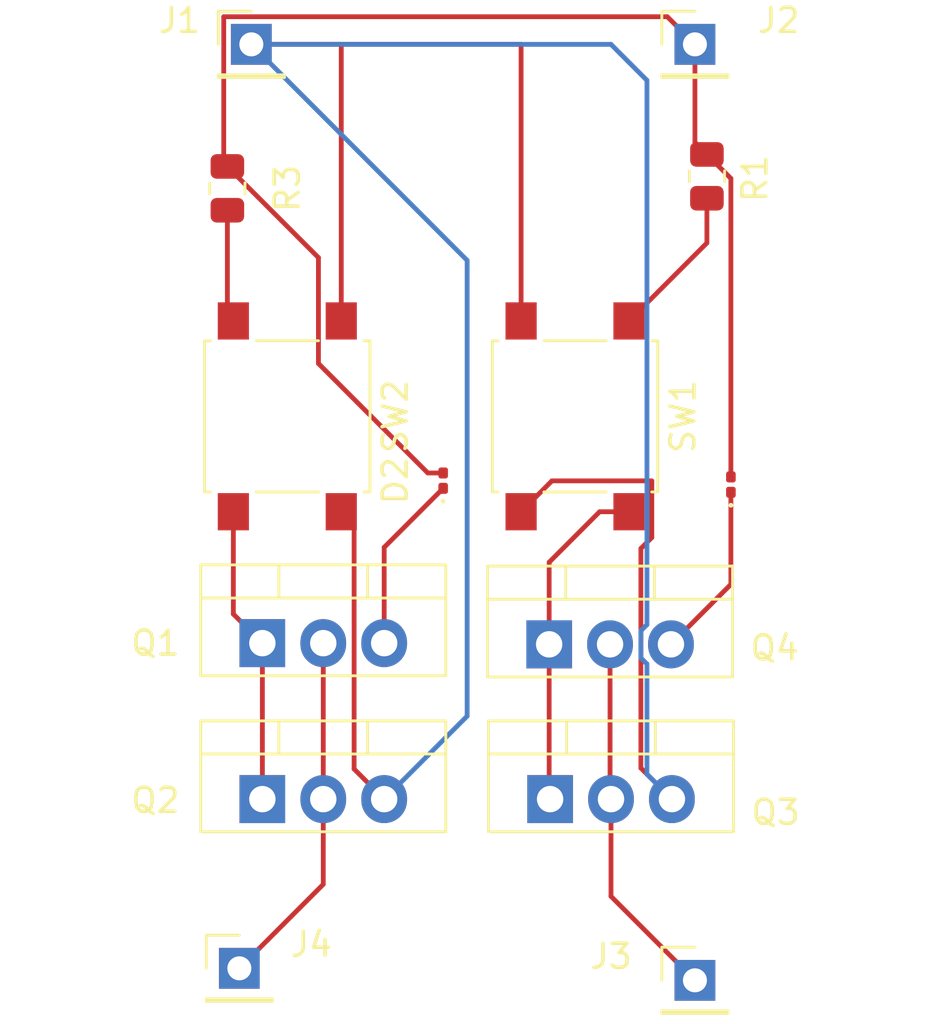
<source format=kicad_pcb>
(kicad_pcb (version 20241229) (generator "pcbnew") (generator_version "9.0")
  (layers (0 "F.Cu" signal) (2 "B.Cu" signal) (13 "F.Paste" user) (15 "B.Paste" user) (5 "F.SilkS" user "F.Silkscreen") (7 "B.SilkS" user "B.Silkscreen") (1 "F.Mask" user) (3 "B.Mask" user) (25 "Edge.Cuts" user))
  (net 0 "")
  (net 1 "Net-(D1-K)")
  (net 2 "Net-(D2-K)")
  (net 3 "Net-(Q1-G)")
  (net 4 "Net-(Q3-G)")
  (net 5 "Net-(D1-A)")
  (net 6 "Net-(J1-Pin_1)")
  (net 7 "Net-(J3-Pin_1)")
  (net 8 "Net-(J4-Pin_1)")
  (footprint "Package_TO_SOT_THT:TO-220-3_Vertical" (layer "F.Cu") (at 130.96 89.95)
    (property "Reference" "Q1" (at -4.46 0 0) (layer "F.SilkS"))
    (property "Value" "FQP27P06")
    (fp_line (start -2.57 -3.26) (end -2.57 1.36) (stroke (width 0.12)) (layer "F.SilkS"))
    (fp_line (start -2.57 -3.26) (end 7.65 -3.26) (stroke (width 0.12)) (layer "F.SilkS"))
    (fp_line (start -2.57 -1.88) (end 7.65 -1.88) (stroke (width 0.12)) (layer "F.SilkS"))
    (fp_line (start -2.57 1.36) (end 7.65 1.36) (stroke (width 0.12)) (layer "F.SilkS"))
    (fp_line (start 0.69 -3.26) (end 0.69 -1.88) (stroke (width 0.12)) (layer "F.SilkS"))
    (fp_line (start 4.39 -3.26) (end 4.39 -1.88) (stroke (width 0.12)) (layer "F.SilkS"))
    (fp_line (start 7.65 -3.26) (end 7.65 1.36) (stroke (width 0.12)) (layer "F.SilkS"))
    (pad "1" thru_hole rect (at 0 0) (size 1.905 2) (drill 1.1) (layers "*.Cu" "*.Mask") (net 3 "Net-(Q1-G)"))
    (pad "2" thru_hole oval (at 2.54 0) (size 1.905 2) (drill 1.1) (layers "*.Cu" "*.Mask") (net 8 "Net-(J4-Pin_1)"))
    (pad "3" thru_hole oval (at 5.08 0) (size 1.905 2) (drill 1.1) (layers "*.Cu" "*.Mask") (net 2 "Net-(D2-K)"))
  )
  (footprint "LED_SMD:LED_0201_0603Metric" (layer "F.Cu") (at 138.5 83.18 90)
    (property "Reference" "D2" (at 0 -2 90) (layer "F.SilkS"))
    (property "Value" "LED")
    (fp_circle (center -0.86 0) (end -0.81 0) (stroke (width 0.1)) (fill no) (layer "F.SilkS"))
    (pad "1" smd roundrect (at -0.32 0 90) (size 0.46 0.4) (layers "F.Cu" "F.Mask") (net 2 "Net-(D2-K)"))
    (pad "2" smd roundrect (at 0.32 0 90) (size 0.46 0.4) (layers "F.Cu" "F.Mask") (net 5 "Net-(D1-A)"))
  )
  (footprint "Button_Switch_SMD:SW_SPST_B3S-1000" (layer "F.Cu") (at 132 80.5 -90)
    (property "Reference" "SW2" (at 0 -4.5 90) (layer "F.SilkS"))
    (property "Value" "SW_Push")
    (fp_line (start -3.15 3.45) (end -3.15 3.2) (stroke (width 0.12)) (layer "F.SilkS"))
    (fp_line (start 3.15 3.45) (end -3.15 3.45) (stroke (width 0.12)) (layer "F.SilkS"))
    (fp_line (start 3.15 3.2) (end 3.15 3.45) (stroke (width 0.12)) (layer "F.SilkS"))
    (fp_line (start -3.15 1.3) (end -3.15 -1.3) (stroke (width 0.12)) (layer "F.SilkS"))
    (fp_line (start 3.15 -1.3) (end 3.15 1.3) (stroke (width 0.12)) (layer "F.SilkS"))
    (fp_line (start -3.15 -3.2) (end -3.15 -3.45) (stroke (width 0.12)) (layer "F.SilkS"))
    (fp_line (start -3.15 -3.45) (end 3.15 -3.45) (stroke (width 0.12)) (layer "F.SilkS"))
    (fp_line (start 3.15 -3.45) (end 3.15 -3.2) (stroke (width 0.12)) (layer "F.SilkS"))
    (pad "1" smd rect (at -3.975 -2.25 270) (size 1.55 1.3) (layers "F.Cu" "F.Mask" "F.Paste") (net 6 "Net-(J1-Pin_1)"))
    (pad "1" smd rect (at 3.975 -2.25 270) (size 1.55 1.3) (layers "F.Cu" "F.Mask" "F.Paste") (net 6 "Net-(J1-Pin_1)"))
    (pad "2" smd rect (at -3.975 2.25 270) (size 1.55 1.3) (layers "F.Cu" "F.Mask" "F.Paste") (net 3 "Net-(Q1-G)"))
    (pad "2" smd rect (at 3.975 2.25 270) (size 1.55 1.3) (layers "F.Cu" "F.Mask" "F.Paste") (net 3 "Net-(Q1-G)"))
  )
  (footprint "Connector_PinHeader_2.54mm:PinHeader_1x01_P2.54mm_Vertical" (layer "F.Cu") (at 149 65)
    (property "Reference" "J2" (at 3.5 -1 0) (layer "F.SilkS"))
    (property "Value" "5V")
    (fp_line (start -1.38 -1.38) (end 0 -1.38) (stroke (width 0.12)) (layer "F.SilkS"))
    (fp_line (start -1.38 0) (end -1.38 -1.38) (stroke (width 0.12)) (layer "F.SilkS"))
    (fp_line (start -1.38 1.27) (end -1.38 1.38) (stroke (width 0.12)) (layer "F.SilkS"))
    (fp_line (start -1.38 1.27) (end 1.38 1.27) (stroke (width 0.12)) (layer "F.SilkS"))
    (fp_line (start -1.38 1.38) (end 1.38 1.38) (stroke (width 0.12)) (layer "F.SilkS"))
    (fp_line (start 1.38 1.27) (end 1.38 1.38) (stroke (width 0.12)) (layer "F.SilkS"))
    (pad "1" thru_hole rect (at 0 0) (size 1.7 1.7) (drill 1) (layers "*.Cu" "*.Mask") (net 5 "Net-(D1-A)"))
  )
  (footprint "Connector_PinHeader_2.54mm:PinHeader_1x01_P2.54mm_Vertical" (layer "F.Cu") (at 130 103.5)
    (property "Reference" "J4" (at 3 -1 0) (layer "F.SilkS"))
    (property "Value" "O2")
    (fp_line (start -1.38 -1.38) (end 0 -1.38) (stroke (width 0.12)) (layer "F.SilkS"))
    (fp_line (start -1.38 0) (end -1.38 -1.38) (stroke (width 0.12)) (layer "F.SilkS"))
    (fp_line (start -1.38 1.27) (end -1.38 1.38) (stroke (width 0.12)) (layer "F.SilkS"))
    (fp_line (start -1.38 1.27) (end 1.38 1.27) (stroke (width 0.12)) (layer "F.SilkS"))
    (fp_line (start -1.38 1.38) (end 1.38 1.38) (stroke (width 0.12)) (layer "F.SilkS"))
    (fp_line (start 1.38 1.27) (end 1.38 1.38) (stroke (width 0.12)) (layer "F.SilkS"))
    (pad "1" thru_hole rect (at 0 0) (size 1.7 1.7) (drill 1) (layers "*.Cu" "*.Mask") (net 8 "Net-(J4-Pin_1)"))
  )
  (footprint "Button_Switch_SMD:SW_SPST_B3S-1000" (layer "F.Cu") (at 144 80.5 -90)
    (property "Reference" "SW1" (at 0 -4.5 90) (layer "F.SilkS"))
    (property "Value" "SW_Push")
    (fp_line (start -3.15 3.45) (end -3.15 3.2) (stroke (width 0.12)) (layer "F.SilkS"))
    (fp_line (start 3.15 3.45) (end -3.15 3.45) (stroke (width 0.12)) (layer "F.SilkS"))
    (fp_line (start 3.15 3.2) (end 3.15 3.45) (stroke (width 0.12)) (layer "F.SilkS"))
    (fp_line (start -3.15 1.3) (end -3.15 -1.3) (stroke (width 0.12)) (layer "F.SilkS"))
    (fp_line (start 3.15 -1.3) (end 3.15 1.3) (stroke (width 0.12)) (layer "F.SilkS"))
    (fp_line (start -3.15 -3.2) (end -3.15 -3.45) (stroke (width 0.12)) (layer "F.SilkS"))
    (fp_line (start -3.15 -3.45) (end 3.15 -3.45) (stroke (width 0.12)) (layer "F.SilkS"))
    (fp_line (start 3.15 -3.45) (end 3.15 -3.2) (stroke (width 0.12)) (layer "F.SilkS"))
    (pad "1" smd rect (at -3.975 -2.25 270) (size 1.55 1.3) (layers "F.Cu" "F.Mask" "F.Paste") (net 4 "Net-(Q3-G)"))
    (pad "1" smd rect (at 3.975 -2.25 270) (size 1.55 1.3) (layers "F.Cu" "F.Mask" "F.Paste") (net 4 "Net-(Q3-G)"))
    (pad "2" smd rect (at -3.975 2.25 270) (size 1.55 1.3) (layers "F.Cu" "F.Mask" "F.Paste") (net 6 "Net-(J1-Pin_1)"))
    (pad "2" smd rect (at 3.975 2.25 270) (size 1.55 1.3) (layers "F.Cu" "F.Mask" "F.Paste") (net 6 "Net-(J1-Pin_1)"))
  )
  (footprint "Connector_PinHeader_2.54mm:PinHeader_1x01_P2.54mm_Vertical" (layer "F.Cu") (at 149 104)
    (property "Reference" "J3" (at -3.5 -1 0) (layer "F.SilkS"))
    (property "Value" "O1")
    (fp_line (start -1.38 -1.38) (end 0 -1.38) (stroke (width 0.12)) (layer "F.SilkS"))
    (fp_line (start -1.38 0) (end -1.38 -1.38) (stroke (width 0.12)) (layer "F.SilkS"))
    (fp_line (start -1.38 1.27) (end -1.38 1.38) (stroke (width 0.12)) (layer "F.SilkS"))
    (fp_line (start -1.38 1.27) (end 1.38 1.27) (stroke (width 0.12)) (layer "F.SilkS"))
    (fp_line (start -1.38 1.38) (end 1.38 1.38) (stroke (width 0.12)) (layer "F.SilkS"))
    (fp_line (start 1.38 1.27) (end 1.38 1.38) (stroke (width 0.12)) (layer "F.SilkS"))
    (pad "1" thru_hole rect (at 0 0) (size 1.7 1.7) (drill 1) (layers "*.Cu" "*.Mask") (net 7 "Net-(J3-Pin_1)"))
  )
  (footprint "Package_TO_SOT_THT:TO-220-3_Vertical" (layer "F.Cu") (at 142.96 96.45)
    (property "Reference" "Q3" (at 9.405 0.55 0) (layer "F.SilkS"))
    (property "Value" "IRLZ34N")
    (fp_line (start -2.57 -3.26) (end -2.57 1.36) (stroke (width 0.12)) (layer "F.SilkS"))
    (fp_line (start -2.57 -3.26) (end 7.65 -3.26) (stroke (width 0.12)) (layer "F.SilkS"))
    (fp_line (start -2.57 -1.88) (end 7.65 -1.88) (stroke (width 0.12)) (layer "F.SilkS"))
    (fp_line (start -2.57 1.36) (end 7.65 1.36) (stroke (width 0.12)) (layer "F.SilkS"))
    (fp_line (start 0.69 -3.26) (end 0.69 -1.88) (stroke (width 0.12)) (layer "F.SilkS"))
    (fp_line (start 4.39 -3.26) (end 4.39 -1.88) (stroke (width 0.12)) (layer "F.SilkS"))
    (fp_line (start 7.65 -3.26) (end 7.65 1.36) (stroke (width 0.12)) (layer "F.SilkS"))
    (pad "1" thru_hole rect (at 0 0) (size 1.905 2) (drill 1.1) (layers "*.Cu" "*.Mask") (net 4 "Net-(Q3-G)"))
    (pad "2" thru_hole oval (at 2.54 0) (size 1.905 2) (drill 1.1) (layers "*.Cu" "*.Mask") (net 7 "Net-(J3-Pin_1)"))
    (pad "3" thru_hole oval (at 5.08 0) (size 1.905 2) (drill 1.1) (layers "*.Cu" "*.Mask") (net 6 "Net-(J1-Pin_1)"))
  )
  (footprint "LED_SMD:LED_0201_0603Metric" (layer "F.Cu") (at 150.5 83.345 90)
    (property "Reference" "D1" (hide yes))
    (property "Value" "LED")
    (fp_circle (center -0.86 0) (end -0.81 0) (stroke (width 0.1)) (fill no) (layer "F.SilkS"))
    (pad "1" smd roundrect (at -0.32 0 90) (size 0.46 0.4) (layers "F.Cu" "F.Mask") (net 1 "Net-(D1-K)"))
    (pad "2" smd roundrect (at 0.32 0 90) (size 0.46 0.4) (layers "F.Cu" "F.Mask") (net 5 "Net-(D1-A)"))
  )
  (footprint "Connector_PinHeader_2.54mm:PinHeader_1x01_P2.54mm_Vertical" (layer "F.Cu") (at 130.5 65)
    (property "Reference" "J1" (at -3 -1 0) (layer "F.SilkS"))
    (property "Value" "GND")
    (fp_line (start -1.38 -1.38) (end 0 -1.38) (stroke (width 0.12)) (layer "F.SilkS"))
    (fp_line (start -1.38 0) (end -1.38 -1.38) (stroke (width 0.12)) (layer "F.SilkS"))
    (fp_line (start -1.38 1.27) (end -1.38 1.38) (stroke (width 0.12)) (layer "F.SilkS"))
    (fp_line (start -1.38 1.27) (end 1.38 1.27) (stroke (width 0.12)) (layer "F.SilkS"))
    (fp_line (start -1.38 1.38) (end 1.38 1.38) (stroke (width 0.12)) (layer "F.SilkS"))
    (fp_line (start 1.38 1.27) (end 1.38 1.38) (stroke (width 0.12)) (layer "F.SilkS"))
    (pad "1" thru_hole rect (at 0 0) (size 1.7 1.7) (drill 1) (layers "*.Cu" "*.Mask") (net 6 "Net-(J1-Pin_1)"))
  )
  (footprint "Package_TO_SOT_THT:TO-220-3_Vertical" (layer "F.Cu") (at 130.96 96.45)
    (property "Reference" "Q2" (at -4.46 0.05 0) (layer "F.SilkS"))
    (property "Value" "IRLZ34N")
    (fp_line (start -2.57 -3.26) (end -2.57 1.36) (stroke (width 0.12)) (layer "F.SilkS"))
    (fp_line (start -2.57 -3.26) (end 7.65 -3.26) (stroke (width 0.12)) (layer "F.SilkS"))
    (fp_line (start -2.57 -1.88) (end 7.65 -1.88) (stroke (width 0.12)) (layer "F.SilkS"))
    (fp_line (start -2.57 1.36) (end 7.65 1.36) (stroke (width 0.12)) (layer "F.SilkS"))
    (fp_line (start 0.69 -3.26) (end 0.69 -1.88) (stroke (width 0.12)) (layer "F.SilkS"))
    (fp_line (start 4.39 -3.26) (end 4.39 -1.88) (stroke (width 0.12)) (layer "F.SilkS"))
    (fp_line (start 7.65 -3.26) (end 7.65 1.36) (stroke (width 0.12)) (layer "F.SilkS"))
    (pad "1" thru_hole rect (at 0 0) (size 1.905 2) (drill 1.1) (layers "*.Cu" "*.Mask") (net 3 "Net-(Q1-G)"))
    (pad "2" thru_hole oval (at 2.54 0) (size 1.905 2) (drill 1.1) (layers "*.Cu" "*.Mask") (net 8 "Net-(J4-Pin_1)"))
    (pad "3" thru_hole oval (at 5.08 0) (size 1.905 2) (drill 1.1) (layers "*.Cu" "*.Mask") (net 6 "Net-(J1-Pin_1)"))
  )
  (footprint "Package_TO_SOT_THT:TO-220-3_Vertical" (layer "F.Cu") (at 142.92 90)
    (property "Reference" "Q4" (at 9.405 0.15 0) (layer "F.SilkS"))
    (property "Value" "FQP27P06")
    (fp_line (start -2.57 -3.26) (end -2.57 1.36) (stroke (width 0.12)) (layer "F.SilkS"))
    (fp_line (start -2.57 -3.26) (end 7.65 -3.26) (stroke (width 0.12)) (layer "F.SilkS"))
    (fp_line (start -2.57 -1.88) (end 7.65 -1.88) (stroke (width 0.12)) (layer "F.SilkS"))
    (fp_line (start -2.57 1.36) (end 7.65 1.36) (stroke (width 0.12)) (layer "F.SilkS"))
    (fp_line (start 0.69 -3.26) (end 0.69 -1.88) (stroke (width 0.12)) (layer "F.SilkS"))
    (fp_line (start 4.39 -3.26) (end 4.39 -1.88) (stroke (width 0.12)) (layer "F.SilkS"))
    (fp_line (start 7.65 -3.26) (end 7.65 1.36) (stroke (width 0.12)) (layer "F.SilkS"))
    (pad "1" thru_hole rect (at 0 0) (size 1.905 2) (drill 1.1) (layers "*.Cu" "*.Mask") (net 4 "Net-(Q3-G)"))
    (pad "2" thru_hole oval (at 2.54 0) (size 1.905 2) (drill 1.1) (layers "*.Cu" "*.Mask") (net 7 "Net-(J3-Pin_1)"))
    (pad "3" thru_hole oval (at 5.08 0) (size 1.905 2) (drill 1.1) (layers "*.Cu" "*.Mask") (net 1 "Net-(D1-K)"))
  )
  (footprint "Resistor_SMD:R_0805_2012Metric" (layer "F.Cu") (at 129.5 71 -90)
    (property "Reference" "R3" (at 0 -2.5 90) (layer "F.SilkS"))
    (property "Value" "R" (hide yes))
    (fp_line (start -0.227064 0.735) (end 0.227064 0.735) (stroke (width 0.12)) (layer "F.SilkS"))
    (fp_line (start -0.227064 -0.735) (end 0.227064 -0.735) (stroke (width 0.12)) (layer "F.SilkS"))
    (pad "1" smd roundrect (at -0.9125 0 270) (size 1.025 1.4) (layers "F.Cu" "F.Mask" "F.Paste") (roundrect_rratio 0.243902) (net 5 "Net-(D1-A)"))
    (pad "2" smd roundrect (at 0.9125 0 270) (size 1.025 1.4) (layers "F.Cu" "F.Mask" "F.Paste") (roundrect_rratio 0.243902) (net 3 "Net-(Q1-G)"))
  )
  (footprint "Resistor_SMD:R_0805_2012Metric" (layer "F.Cu") (at 149.5 70.5 90)
    (property "Reference" "R1" (at -0.0875 2 90) (layer "F.SilkS"))
    (property "Value" "R")
    (fp_line (start -0.227064 -0.735) (end 0.227064 -0.735) (stroke (width 0.12)) (layer "F.SilkS"))
    (fp_line (start -0.227064 0.735) (end 0.227064 0.735) (stroke (width 0.12)) (layer "F.SilkS"))
    (pad "1" smd roundrect (at -0.9125 0 90) (size 1.025 1.4) (layers "F.Cu" "F.Mask" "F.Paste") (roundrect_rratio 0.243902) (net 4 "Net-(Q3-G)"))
    (pad "2" smd roundrect (at 0.9125 0 90) (size 1.025 1.4) (layers "F.Cu" "F.Mask" "F.Paste") (roundrect_rratio 0.243902) (net 5 "Net-(D1-A)"))
  )
  (segment (start 148 90) (end 150.5 87.5) (width 0.2) (layer "F.Cu") (net 1))
  (segment (start 150.5 87.5) (end 150.5 83.665) (width 0.2) (layer "F.Cu") (net 1))
  (segment (start 136.04 89.95) (end 136.04 85.96) (width 0.2) (layer "F.Cu") (net 2))
  (segment (start 136.04 85.96) (end 138.5 83.5) (width 0.2) (layer "F.Cu") (net 2))
  (segment (start 130.96 89.95) (end 130.96 96.45) (width 0.2) (layer "F.Cu") (net 3))
  (segment (start 129.75 84.475) (end 129.75 88.74) (width 0.2) (layer "F.Cu") (net 3))
  (segment (start 129.5 76.275) (end 129.75 76.525) (width 0.2) (layer "F.Cu") (net 3))
  (segment (start 129.5 71.9125) (end 129.5 76.275) (width 0.2) (layer "F.Cu") (net 3))
  (segment (start 129.75 88.74) (end 130.96 89.95) (width 0.2) (layer "F.Cu") (net 3))
  (segment (start 149.5 73.275) (end 146.25 76.525) (width 0.2) (layer "F.Cu") (net 4))
  (segment (start 142.92 86.58) (end 142.92 90) (width 0.2) (layer "F.Cu") (net 4))
  (segment (start 142.92 96.41) (end 142.96 96.45) (width 0.2) (layer "F.Cu") (net 4))
  (segment (start 142.92 90) (end 142.92 96.41) (width 0.2) (layer "F.Cu") (net 4))
  (segment (start 146.25 84.475) (end 145.025 84.475) (width 0.2) (layer "F.Cu") (net 4))
  (segment (start 145.025 84.475) (end 142.92 86.58) (width 0.2) (layer "F.Cu") (net 4))
  (segment (start 149.5 71.4125) (end 149.5 73.275) (width 0.2) (layer "F.Cu") (net 4))
  (segment (start 149 65) (end 147.849 63.849) (width 0.2) (layer "F.Cu") (net 5))
  (segment (start 149 69.0875) (end 149.5 69.5875) (width 0.2) (layer "F.Cu") (net 5))
  (segment (start 150.5 70.5875) (end 149.5 69.5875) (width 0.2) (layer "F.Cu") (net 5))
  (segment (start 129.349 63.849) (end 129.349 69.9365) (width 0.2) (layer "F.Cu") (net 5))
  (segment (start 133.299 78.299) (end 133.299 73.8865) (width 0.2) (layer "F.Cu") (net 5))
  (segment (start 133.299 73.8865) (end 129.5 70.0875) (width 0.2) (layer "F.Cu") (net 5))
  (segment (start 150.5 83.025) (end 150.5 70.5875) (width 0.2) (layer "F.Cu") (net 5))
  (segment (start 149 65) (end 149 69.0875) (width 0.2) (layer "F.Cu") (net 5))
  (segment (start 129.349 69.9365) (end 129.5 70.0875) (width 0.2) (layer "F.Cu") (net 5))
  (segment (start 147.849 63.849) (end 129.349 63.849) (width 0.2) (layer "F.Cu") (net 5))
  (segment (start 138.5 82.86) (end 137.86 82.86) (width 0.2) (layer "F.Cu") (net 5))
  (segment (start 137.86 82.86) (end 133.299 78.299) (width 0.2) (layer "F.Cu") (net 5))
  (segment (start 146.7465 95.1565) (end 146.7465 86.0055) (width 0.2) (layer "F.Cu") (net 6))
  (segment (start 134.25 65) (end 134.25 76.525) (width 0.2) (layer "F.Cu") (net 6))
  (segment (start 130.5 65) (end 141.75 65) (width 0.2) (layer "F.Cu") (net 6))
  (segment (start 130.5 65) (end 134.25 65) (width 0.2) (layer "F.Cu") (net 6))
  (segment (start 147.201 85.551) (end 147.201 83.188365) (width 0.2) (layer "F.Cu") (net 6))
  (segment (start 147.201 83.188365) (end 143.036635 83.188365) (width 0.2) (layer "F.Cu") (net 6))
  (segment (start 134.25 84.475) (end 134.7865 85.0115) (width 0.2) (layer "F.Cu") (net 6))
  (segment (start 146.7465 86.0055) (end 147.201 85.551) (width 0.2) (layer "F.Cu") (net 6))
  (segment (start 148.04 96.45) (end 146.7465 95.1565) (width 0.2) (layer "F.Cu") (net 6))
  (segment (start 143.036635 83.188365) (end 141.75 84.475) (width 0.2) (layer "F.Cu") (net 6))
  (segment (start 134.7865 95.1965) (end 136.04 96.45) (width 0.2) (layer "F.Cu") (net 6))
  (segment (start 134.7865 85.0115) (end 134.7865 95.1965) (width 0.2) (layer "F.Cu") (net 6))
  (segment (start 141.75 65) (end 141.75 76.525) (width 0.2) (layer "F.Cu") (net 6))
  (segment (start 146.7465 89.433283) (end 146.7465 90.566717) (width 0.2) (layer "B.Cu") (net 6))
  (segment (start 147 90.820217) (end 147 95.41) (width 0.2) (layer "B.Cu") (net 6))
  (segment (start 147 66.5) (end 147 89.179783) (width 0.2) (layer "B.Cu") (net 6))
  (segment (start 146.7465 90.566717) (end 147 90.820217) (width 0.2) (layer "B.Cu") (net 6))
  (segment (start 147 89.179783) (end 146.7465 89.433283) (width 0.2) (layer "B.Cu") (net 6))
  (segment (start 139.5 74) (end 139.5 92.99) (width 0.2) (layer "B.Cu") (net 6))
  (segment (start 130.5 65) (end 139.5 74) (width 0.2) (layer "B.Cu") (net 6))
  (segment (start 145.5 65) (end 147 66.5) (width 0.2) (layer "B.Cu") (net 6))
  (segment (start 139.5 92.99) (end 136.04 96.45) (width 0.2) (layer "B.Cu") (net 6))
  (segment (start 130.5 65) (end 145.5 65) (width 0.2) (layer "B.Cu") (net 6))
  (segment (start 147 95.41) (end 148.04 96.45) (width 0.2) (layer "B.Cu") (net 6))
  (segment (start 145.5 100.5) (end 149 104) (width 0.2) (layer "F.Cu") (net 7))
  (segment (start 145.46 96.41) (end 145.5 96.45) (width 0.2) (layer "F.Cu") (net 7))
  (segment (start 145.46 90) (end 145.46 96.41) (width 0.2) (layer "F.Cu") (net 7))
  (segment (start 145.5 96.45) (end 145.5 100.5) (width 0.2) (layer "F.Cu") (net 7))
  (segment (start 133.5 89.95) (end 133.5 96.45) (width 0.2) (layer "F.Cu") (net 8))
  (segment (start 133.5 96.45) (end 133.5 100) (width 0.2) (layer "F.Cu") (net 8))
  (segment (start 133.5 100) (end 130 103.5) (width 0.2) (layer "F.Cu") (net 8))
)
</source>
